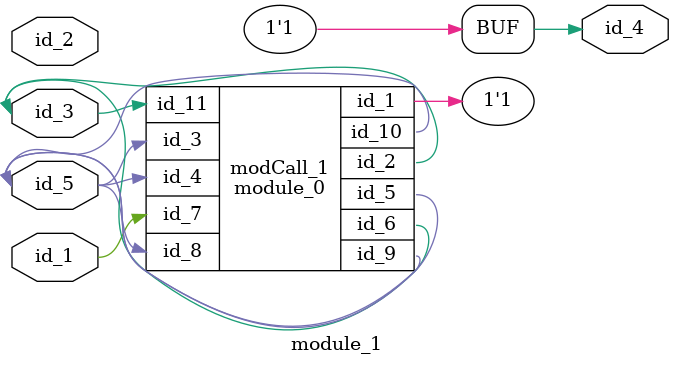
<source format=v>
module module_0 (
    id_1,
    id_2,
    id_3,
    id_4,
    id_5,
    id_6,
    id_7,
    id_8,
    id_9,
    id_10,
    id_11
);
  input wire id_11;
  inout wire id_10;
  inout wire id_9;
  input wire id_8;
  input wire id_7;
  inout wire id_6;
  inout wire id_5;
  input wire id_4;
  input wire id_3;
  inout wire id_2;
  output wire id_1;
endmodule
module module_1 (
    id_1,
    id_2,
    id_3,
    id_4,
    id_5
);
  inout wire id_5;
  output wire id_4;
  inout wire id_3;
  input wire id_2;
  input wire id_1;
  assign id_4 = 1;
  module_0 modCall_1 (
      id_4,
      id_3,
      id_5,
      id_5,
      id_5,
      id_3,
      id_1,
      id_5,
      id_5,
      id_5,
      id_3
  );
endmodule

</source>
